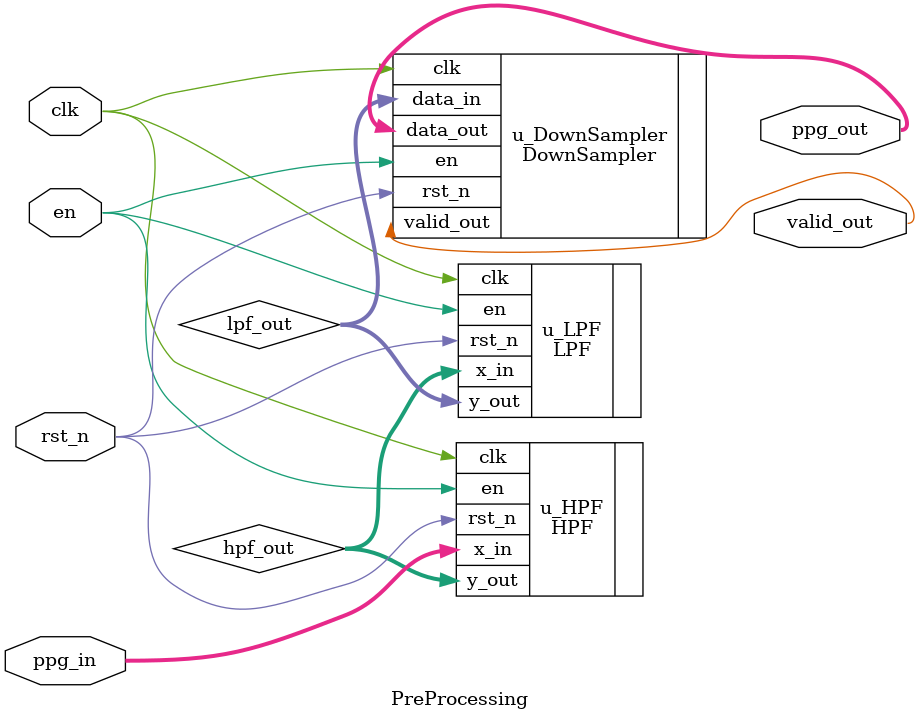
<source format=v>
`timescale 1ns/1ps

module PreProcessing #(
    parameter Width = 10,
    parameter SCALE = 15

)(
    input  wire                     clk,
    input  wire                     rst_n,
    input  wire                     en,           // single enable
    input  wire signed [Width-1:0]  ppg_in,
    output wire signed [Width-1:0]  ppg_out,
    output wire                     valid_out
);

    // Internal signals
    wire signed [Width-1:0] hpf_out;
    wire signed [Width-1:0] lpf_out;

    // ===================== HPF =====================
    HPF #(
        .Width(Width),
        .SCALE(SCALE)
    ) u_HPF (
        .clk(clk),
        .rst_n(rst_n),
        .en(en),
        .x_in(ppg_in),
        .y_out(hpf_out)
    );

    // ===================== LPF =====================
    LPF #(
        .Width(Width),
        .SCALE(SCALE)
    ) u_LPF (
        .clk(clk),
        .rst_n(rst_n),
        .en(en),
        .x_in(hpf_out),
        .y_out(lpf_out)
    );

    // ================= DownSampler =================
    DownSampler #(
        .Width(Width)
    ) u_DownSampler (
        .clk(clk),
        .rst_n(rst_n),
        .en(en),
        .data_in(lpf_out),
        .data_out(ppg_out),
        .valid_out(valid_out)      
    );

endmodule

</source>
